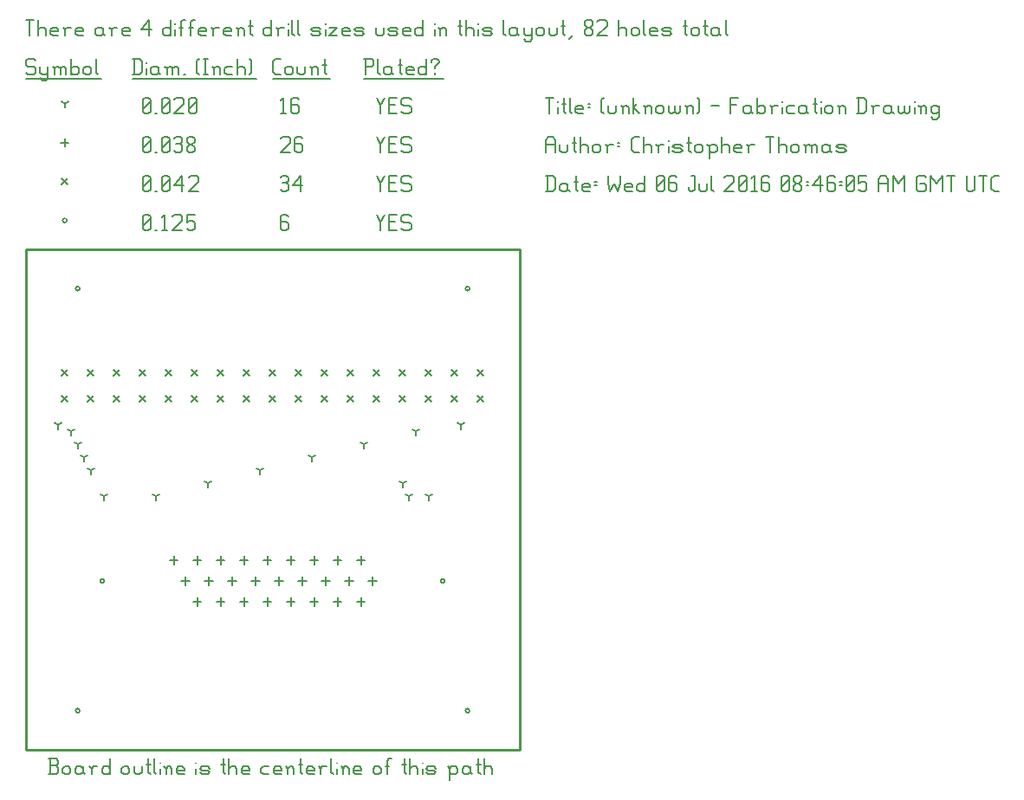
<source format=gbr>
G04 start of page 9 for group -3984 idx -3984 *
G04 Title: (unknown), fab *
G04 Creator: pcb 20110918 *
G04 CreationDate: Wed 06 Jul 2016 08:46:05 AM GMT UTC *
G04 For: thomasc *
G04 Format: Gerber/RS-274X *
G04 PCB-Dimensions: 190000 192500 *
G04 PCB-Coordinate-Origin: lower left *
%MOIN*%
%FSLAX25Y25*%
%LNFAB*%
%ADD51C,0.0100*%
%ADD50C,0.0075*%
%ADD49C,0.0060*%
%ADD48C,0.0080*%
G54D48*X28700Y65000D02*G75*G03X30300Y65000I800J0D01*G01*
G75*G03X28700Y65000I-800J0D01*G01*
X159700D02*G75*G03X161300Y65000I800J0D01*G01*
G75*G03X159700Y65000I-800J0D01*G01*
X19200Y177500D02*G75*G03X20800Y177500I800J0D01*G01*
G75*G03X19200Y177500I-800J0D01*G01*
X169200D02*G75*G03X170800Y177500I800J0D01*G01*
G75*G03X169200Y177500I-800J0D01*G01*
Y15000D02*G75*G03X170800Y15000I800J0D01*G01*
G75*G03X169200Y15000I-800J0D01*G01*
X19200D02*G75*G03X20800Y15000I800J0D01*G01*
G75*G03X19200Y15000I-800J0D01*G01*
X14200Y203750D02*G75*G03X15800Y203750I800J0D01*G01*
G75*G03X14200Y203750I-800J0D01*G01*
G54D49*X135000Y206000D02*X136500Y203000D01*
X138000Y206000D01*
X136500Y203000D02*Y200000D01*
X139800Y203300D02*X142050D01*
X139800Y200000D02*X142800D01*
X139800Y206000D02*Y200000D01*
Y206000D02*X142800D01*
X147600D02*X148350Y205250D01*
X145350Y206000D02*X147600D01*
X144600Y205250D02*X145350Y206000D01*
X144600Y205250D02*Y203750D01*
X145350Y203000D01*
X147600D01*
X148350Y202250D01*
Y200750D01*
X147600Y200000D02*X148350Y200750D01*
X145350Y200000D02*X147600D01*
X144600Y200750D02*X145350Y200000D01*
X100250Y206000D02*X101000Y205250D01*
X98750Y206000D02*X100250D01*
X98000Y205250D02*X98750Y206000D01*
X98000Y205250D02*Y200750D01*
X98750Y200000D01*
X100250Y203300D02*X101000Y202550D01*
X98000Y203300D02*X100250D01*
X98750Y200000D02*X100250D01*
X101000Y200750D01*
Y202550D02*Y200750D01*
X45000D02*X45750Y200000D01*
X45000Y205250D02*Y200750D01*
Y205250D02*X45750Y206000D01*
X47250D01*
X48000Y205250D01*
Y200750D01*
X47250Y200000D02*X48000Y200750D01*
X45750Y200000D02*X47250D01*
X45000Y201500D02*X48000Y204500D01*
X49800Y200000D02*X50550D01*
X52350Y204800D02*X53550Y206000D01*
Y200000D01*
X52350D02*X54600D01*
X56400Y205250D02*X57150Y206000D01*
X59400D01*
X60150Y205250D01*
Y203750D01*
X56400Y200000D02*X60150Y203750D01*
X56400Y200000D02*X60150D01*
X61950Y206000D02*X64950D01*
X61950D02*Y203000D01*
X62700Y203750D01*
X64200D01*
X64950Y203000D01*
Y200750D01*
X64200Y200000D02*X64950Y200750D01*
X62700Y200000D02*X64200D01*
X61950Y200750D02*X62700Y200000D01*
X173800Y136200D02*X176200Y133800D01*
X173800D02*X176200Y136200D01*
X173800Y146200D02*X176200Y143800D01*
X173800D02*X176200Y146200D01*
X163800Y136200D02*X166200Y133800D01*
X163800D02*X166200Y136200D01*
X163800Y146200D02*X166200Y143800D01*
X163800D02*X166200Y146200D01*
X153800Y136200D02*X156200Y133800D01*
X153800D02*X156200Y136200D01*
X153800Y146200D02*X156200Y143800D01*
X153800D02*X156200Y146200D01*
X143800Y136200D02*X146200Y133800D01*
X143800D02*X146200Y136200D01*
X143800Y146200D02*X146200Y143800D01*
X143800D02*X146200Y146200D01*
X133800Y136200D02*X136200Y133800D01*
X133800D02*X136200Y136200D01*
X133800Y146200D02*X136200Y143800D01*
X133800D02*X136200Y146200D01*
X123800Y136200D02*X126200Y133800D01*
X123800D02*X126200Y136200D01*
X123800Y146200D02*X126200Y143800D01*
X123800D02*X126200Y146200D01*
X113800Y136200D02*X116200Y133800D01*
X113800D02*X116200Y136200D01*
X113800Y146200D02*X116200Y143800D01*
X113800D02*X116200Y146200D01*
X103800Y136200D02*X106200Y133800D01*
X103800D02*X106200Y136200D01*
X103800Y146200D02*X106200Y143800D01*
X103800D02*X106200Y146200D01*
X93800Y136200D02*X96200Y133800D01*
X93800D02*X96200Y136200D01*
X93800Y146200D02*X96200Y143800D01*
X93800D02*X96200Y146200D01*
X83800Y136200D02*X86200Y133800D01*
X83800D02*X86200Y136200D01*
X83800Y146200D02*X86200Y143800D01*
X83800D02*X86200Y146200D01*
X73800Y136200D02*X76200Y133800D01*
X73800D02*X76200Y136200D01*
X73800Y146200D02*X76200Y143800D01*
X73800D02*X76200Y146200D01*
X63800Y136200D02*X66200Y133800D01*
X63800D02*X66200Y136200D01*
X63800Y146200D02*X66200Y143800D01*
X63800D02*X66200Y146200D01*
X53800Y136200D02*X56200Y133800D01*
X53800D02*X56200Y136200D01*
X53800Y146200D02*X56200Y143800D01*
X53800D02*X56200Y146200D01*
X43800Y136200D02*X46200Y133800D01*
X43800D02*X46200Y136200D01*
X43800Y146200D02*X46200Y143800D01*
X43800D02*X46200Y146200D01*
X33800Y136200D02*X36200Y133800D01*
X33800D02*X36200Y136200D01*
X33800Y146200D02*X36200Y143800D01*
X33800D02*X36200Y146200D01*
X23800Y136200D02*X26200Y133800D01*
X23800D02*X26200Y136200D01*
X23800Y146200D02*X26200Y143800D01*
X23800D02*X26200Y146200D01*
X13800Y136200D02*X16200Y133800D01*
X13800D02*X16200Y136200D01*
X13800Y146200D02*X16200Y143800D01*
X13800D02*X16200Y146200D01*
X13800Y219950D02*X16200Y217550D01*
X13800D02*X16200Y219950D01*
X135000Y221000D02*X136500Y218000D01*
X138000Y221000D01*
X136500Y218000D02*Y215000D01*
X139800Y218300D02*X142050D01*
X139800Y215000D02*X142800D01*
X139800Y221000D02*Y215000D01*
Y221000D02*X142800D01*
X147600D02*X148350Y220250D01*
X145350Y221000D02*X147600D01*
X144600Y220250D02*X145350Y221000D01*
X144600Y220250D02*Y218750D01*
X145350Y218000D01*
X147600D01*
X148350Y217250D01*
Y215750D01*
X147600Y215000D02*X148350Y215750D01*
X145350Y215000D02*X147600D01*
X144600Y215750D02*X145350Y215000D01*
X98000Y220250D02*X98750Y221000D01*
X100250D01*
X101000Y220250D01*
X100250Y215000D02*X101000Y215750D01*
X98750Y215000D02*X100250D01*
X98000Y215750D02*X98750Y215000D01*
Y218300D02*X100250D01*
X101000Y220250D02*Y219050D01*
Y217550D02*Y215750D01*
Y217550D02*X100250Y218300D01*
X101000Y219050D02*X100250Y218300D01*
X102800Y217250D02*X105800Y221000D01*
X102800Y217250D02*X106550D01*
X105800Y221000D02*Y215000D01*
X45000Y215750D02*X45750Y215000D01*
X45000Y220250D02*Y215750D01*
Y220250D02*X45750Y221000D01*
X47250D01*
X48000Y220250D01*
Y215750D01*
X47250Y215000D02*X48000Y215750D01*
X45750Y215000D02*X47250D01*
X45000Y216500D02*X48000Y219500D01*
X49800Y215000D02*X50550D01*
X52350Y215750D02*X53100Y215000D01*
X52350Y220250D02*Y215750D01*
Y220250D02*X53100Y221000D01*
X54600D01*
X55350Y220250D01*
Y215750D01*
X54600Y215000D02*X55350Y215750D01*
X53100Y215000D02*X54600D01*
X52350Y216500D02*X55350Y219500D01*
X57150Y217250D02*X60150Y221000D01*
X57150Y217250D02*X60900D01*
X60150Y221000D02*Y215000D01*
X62700Y220250D02*X63450Y221000D01*
X65700D01*
X66450Y220250D01*
Y218750D01*
X62700Y215000D02*X66450Y218750D01*
X62700Y215000D02*X66450D01*
X97500Y66600D02*Y63400D01*
X95900Y65000D02*X99100D01*
X93000Y58600D02*Y55400D01*
X91400Y57000D02*X94600D01*
X93000Y74600D02*Y71400D01*
X91400Y73000D02*X94600D01*
X106500Y66600D02*Y63400D01*
X104900Y65000D02*X108100D01*
X102000Y58600D02*Y55400D01*
X100400Y57000D02*X103600D01*
X102000Y74600D02*Y71400D01*
X100400Y73000D02*X103600D01*
X115500Y66600D02*Y63400D01*
X113900Y65000D02*X117100D01*
X111000Y58600D02*Y55400D01*
X109400Y57000D02*X112600D01*
X111000Y74600D02*Y71400D01*
X109400Y73000D02*X112600D01*
X124500Y66600D02*Y63400D01*
X122900Y65000D02*X126100D01*
X120000Y58600D02*Y55400D01*
X118400Y57000D02*X121600D01*
X120000Y74600D02*Y71400D01*
X118400Y73000D02*X121600D01*
X133500Y66600D02*Y63400D01*
X131900Y65000D02*X135100D01*
X129000Y58600D02*Y55400D01*
X127400Y57000D02*X130600D01*
X129000Y74600D02*Y71400D01*
X127400Y73000D02*X130600D01*
X88500Y66600D02*Y63400D01*
X86900Y65000D02*X90100D01*
X84000Y58600D02*Y55400D01*
X82400Y57000D02*X85600D01*
X84000Y74600D02*Y71400D01*
X82400Y73000D02*X85600D01*
X79500Y66600D02*Y63400D01*
X77900Y65000D02*X81100D01*
X75000Y58600D02*Y55400D01*
X73400Y57000D02*X76600D01*
X75000Y74600D02*Y71400D01*
X73400Y73000D02*X76600D01*
X70500Y66600D02*Y63400D01*
X68900Y65000D02*X72100D01*
X66000Y58600D02*Y55400D01*
X64400Y57000D02*X67600D01*
X66000Y74600D02*Y71400D01*
X64400Y73000D02*X67600D01*
X61500Y66600D02*Y63400D01*
X59900Y65000D02*X63100D01*
X57000Y74600D02*Y71400D01*
X55400Y73000D02*X58600D01*
X15000Y235350D02*Y232150D01*
X13400Y233750D02*X16600D01*
X135000Y236000D02*X136500Y233000D01*
X138000Y236000D01*
X136500Y233000D02*Y230000D01*
X139800Y233300D02*X142050D01*
X139800Y230000D02*X142800D01*
X139800Y236000D02*Y230000D01*
Y236000D02*X142800D01*
X147600D02*X148350Y235250D01*
X145350Y236000D02*X147600D01*
X144600Y235250D02*X145350Y236000D01*
X144600Y235250D02*Y233750D01*
X145350Y233000D01*
X147600D01*
X148350Y232250D01*
Y230750D01*
X147600Y230000D02*X148350Y230750D01*
X145350Y230000D02*X147600D01*
X144600Y230750D02*X145350Y230000D01*
X98000Y235250D02*X98750Y236000D01*
X101000D01*
X101750Y235250D01*
Y233750D01*
X98000Y230000D02*X101750Y233750D01*
X98000Y230000D02*X101750D01*
X105800Y236000D02*X106550Y235250D01*
X104300Y236000D02*X105800D01*
X103550Y235250D02*X104300Y236000D01*
X103550Y235250D02*Y230750D01*
X104300Y230000D01*
X105800Y233300D02*X106550Y232550D01*
X103550Y233300D02*X105800D01*
X104300Y230000D02*X105800D01*
X106550Y230750D01*
Y232550D02*Y230750D01*
X45000D02*X45750Y230000D01*
X45000Y235250D02*Y230750D01*
Y235250D02*X45750Y236000D01*
X47250D01*
X48000Y235250D01*
Y230750D01*
X47250Y230000D02*X48000Y230750D01*
X45750Y230000D02*X47250D01*
X45000Y231500D02*X48000Y234500D01*
X49800Y230000D02*X50550D01*
X52350Y230750D02*X53100Y230000D01*
X52350Y235250D02*Y230750D01*
Y235250D02*X53100Y236000D01*
X54600D01*
X55350Y235250D01*
Y230750D01*
X54600Y230000D02*X55350Y230750D01*
X53100Y230000D02*X54600D01*
X52350Y231500D02*X55350Y234500D01*
X57150Y235250D02*X57900Y236000D01*
X59400D01*
X60150Y235250D01*
X59400Y230000D02*X60150Y230750D01*
X57900Y230000D02*X59400D01*
X57150Y230750D02*X57900Y230000D01*
Y233300D02*X59400D01*
X60150Y235250D02*Y234050D01*
Y232550D02*Y230750D01*
Y232550D02*X59400Y233300D01*
X60150Y234050D02*X59400Y233300D01*
X61950Y230750D02*X62700Y230000D01*
X61950Y231950D02*Y230750D01*
Y231950D02*X63000Y233000D01*
X63900D01*
X64950Y231950D01*
Y230750D01*
X64200Y230000D02*X64950Y230750D01*
X62700Y230000D02*X64200D01*
X61950Y234050D02*X63000Y233000D01*
X61950Y235250D02*Y234050D01*
Y235250D02*X62700Y236000D01*
X64200D01*
X64950Y235250D01*
Y234050D01*
X63900Y233000D02*X64950Y234050D01*
X12500Y125000D02*Y123400D01*
Y125000D02*X13887Y125800D01*
X12500Y125000D02*X11113Y125800D01*
X17500Y122500D02*Y120900D01*
Y122500D02*X18887Y123300D01*
X17500Y122500D02*X16113Y123300D01*
X20000Y117500D02*Y115900D01*
Y117500D02*X21387Y118300D01*
X20000Y117500D02*X18613Y118300D01*
X22500Y112500D02*Y110900D01*
Y112500D02*X23887Y113300D01*
X22500Y112500D02*X21113Y113300D01*
X25000Y107500D02*Y105900D01*
Y107500D02*X26387Y108300D01*
X25000Y107500D02*X23613Y108300D01*
X30000Y97500D02*Y95900D01*
Y97500D02*X31387Y98300D01*
X30000Y97500D02*X28613Y98300D01*
X90000Y107500D02*Y105900D01*
Y107500D02*X91387Y108300D01*
X90000Y107500D02*X88613Y108300D01*
X110000Y112500D02*Y110900D01*
Y112500D02*X111387Y113300D01*
X110000Y112500D02*X108613Y113300D01*
X130000Y117500D02*Y115900D01*
Y117500D02*X131387Y118300D01*
X130000Y117500D02*X128613Y118300D01*
X150000Y122500D02*Y120900D01*
Y122500D02*X151387Y123300D01*
X150000Y122500D02*X148613Y123300D01*
X167500Y125000D02*Y123400D01*
Y125000D02*X168887Y125800D01*
X167500Y125000D02*X166113Y125800D01*
X155000Y97500D02*Y95900D01*
Y97500D02*X156387Y98300D01*
X155000Y97500D02*X153613Y98300D01*
X147500Y97500D02*Y95900D01*
Y97500D02*X148887Y98300D01*
X147500Y97500D02*X146113Y98300D01*
X145000Y102500D02*Y100900D01*
Y102500D02*X146387Y103300D01*
X145000Y102500D02*X143613Y103300D01*
X50000Y97500D02*Y95900D01*
Y97500D02*X51387Y98300D01*
X50000Y97500D02*X48613Y98300D01*
X70000Y102500D02*Y100900D01*
Y102500D02*X71387Y103300D01*
X70000Y102500D02*X68613Y103300D01*
X15000Y248750D02*Y247150D01*
Y248750D02*X16387Y249550D01*
X15000Y248750D02*X13613Y249550D01*
X135000Y251000D02*X136500Y248000D01*
X138000Y251000D01*
X136500Y248000D02*Y245000D01*
X139800Y248300D02*X142050D01*
X139800Y245000D02*X142800D01*
X139800Y251000D02*Y245000D01*
Y251000D02*X142800D01*
X147600D02*X148350Y250250D01*
X145350Y251000D02*X147600D01*
X144600Y250250D02*X145350Y251000D01*
X144600Y250250D02*Y248750D01*
X145350Y248000D01*
X147600D01*
X148350Y247250D01*
Y245750D01*
X147600Y245000D02*X148350Y245750D01*
X145350Y245000D02*X147600D01*
X144600Y245750D02*X145350Y245000D01*
X98000Y249800D02*X99200Y251000D01*
Y245000D01*
X98000D02*X100250D01*
X104300Y251000D02*X105050Y250250D01*
X102800Y251000D02*X104300D01*
X102050Y250250D02*X102800Y251000D01*
X102050Y250250D02*Y245750D01*
X102800Y245000D01*
X104300Y248300D02*X105050Y247550D01*
X102050Y248300D02*X104300D01*
X102800Y245000D02*X104300D01*
X105050Y245750D01*
Y247550D02*Y245750D01*
X45000D02*X45750Y245000D01*
X45000Y250250D02*Y245750D01*
Y250250D02*X45750Y251000D01*
X47250D01*
X48000Y250250D01*
Y245750D01*
X47250Y245000D02*X48000Y245750D01*
X45750Y245000D02*X47250D01*
X45000Y246500D02*X48000Y249500D01*
X49800Y245000D02*X50550D01*
X52350Y245750D02*X53100Y245000D01*
X52350Y250250D02*Y245750D01*
Y250250D02*X53100Y251000D01*
X54600D01*
X55350Y250250D01*
Y245750D01*
X54600Y245000D02*X55350Y245750D01*
X53100Y245000D02*X54600D01*
X52350Y246500D02*X55350Y249500D01*
X57150Y250250D02*X57900Y251000D01*
X60150D01*
X60900Y250250D01*
Y248750D01*
X57150Y245000D02*X60900Y248750D01*
X57150Y245000D02*X60900D01*
X62700Y245750D02*X63450Y245000D01*
X62700Y250250D02*Y245750D01*
Y250250D02*X63450Y251000D01*
X64950D01*
X65700Y250250D01*
Y245750D01*
X64950Y245000D02*X65700Y245750D01*
X63450Y245000D02*X64950D01*
X62700Y246500D02*X65700Y249500D01*
X3000Y266000D02*X3750Y265250D01*
X750Y266000D02*X3000D01*
X0Y265250D02*X750Y266000D01*
X0Y265250D02*Y263750D01*
X750Y263000D01*
X3000D01*
X3750Y262250D01*
Y260750D01*
X3000Y260000D02*X3750Y260750D01*
X750Y260000D02*X3000D01*
X0Y260750D02*X750Y260000D01*
X5550Y263000D02*Y260750D01*
X6300Y260000D01*
X8550Y263000D02*Y258500D01*
X7800Y257750D02*X8550Y258500D01*
X6300Y257750D02*X7800D01*
X5550Y258500D02*X6300Y257750D01*
Y260000D02*X7800D01*
X8550Y260750D01*
X11100Y262250D02*Y260000D01*
Y262250D02*X11850Y263000D01*
X12600D01*
X13350Y262250D01*
Y260000D01*
Y262250D02*X14100Y263000D01*
X14850D01*
X15600Y262250D01*
Y260000D01*
X10350Y263000D02*X11100Y262250D01*
X17400Y266000D02*Y260000D01*
Y260750D02*X18150Y260000D01*
X19650D01*
X20400Y260750D01*
Y262250D02*Y260750D01*
X19650Y263000D02*X20400Y262250D01*
X18150Y263000D02*X19650D01*
X17400Y262250D02*X18150Y263000D01*
X22200Y262250D02*Y260750D01*
Y262250D02*X22950Y263000D01*
X24450D01*
X25200Y262250D01*
Y260750D01*
X24450Y260000D02*X25200Y260750D01*
X22950Y260000D02*X24450D01*
X22200Y260750D02*X22950Y260000D01*
X27000Y266000D02*Y260750D01*
X27750Y260000D01*
X0Y258250D02*X29250D01*
X41750Y266000D02*Y260000D01*
X43700Y266000D02*X44750Y264950D01*
Y261050D01*
X43700Y260000D02*X44750Y261050D01*
X41000Y260000D02*X43700D01*
X41000Y266000D02*X43700D01*
G54D50*X46550Y264500D02*Y264350D01*
G54D49*Y262250D02*Y260000D01*
X50300Y263000D02*X51050Y262250D01*
X48800Y263000D02*X50300D01*
X48050Y262250D02*X48800Y263000D01*
X48050Y262250D02*Y260750D01*
X48800Y260000D01*
X51050Y263000D02*Y260750D01*
X51800Y260000D01*
X48800D02*X50300D01*
X51050Y260750D01*
X54350Y262250D02*Y260000D01*
Y262250D02*X55100Y263000D01*
X55850D01*
X56600Y262250D01*
Y260000D01*
Y262250D02*X57350Y263000D01*
X58100D01*
X58850Y262250D01*
Y260000D01*
X53600Y263000D02*X54350Y262250D01*
X60650Y260000D02*X61400D01*
X65900Y260750D02*X66650Y260000D01*
X65900Y265250D02*X66650Y266000D01*
X65900Y265250D02*Y260750D01*
X68450Y266000D02*X69950D01*
X69200D02*Y260000D01*
X68450D02*X69950D01*
X72500Y262250D02*Y260000D01*
Y262250D02*X73250Y263000D01*
X74000D01*
X74750Y262250D01*
Y260000D01*
X71750Y263000D02*X72500Y262250D01*
X77300Y263000D02*X79550D01*
X76550Y262250D02*X77300Y263000D01*
X76550Y262250D02*Y260750D01*
X77300Y260000D01*
X79550D01*
X81350Y266000D02*Y260000D01*
Y262250D02*X82100Y263000D01*
X83600D01*
X84350Y262250D01*
Y260000D01*
X86150Y266000D02*X86900Y265250D01*
Y260750D01*
X86150Y260000D02*X86900Y260750D01*
X41000Y258250D02*X88700D01*
X96050Y260000D02*X98000D01*
X95000Y261050D02*X96050Y260000D01*
X95000Y264950D02*Y261050D01*
Y264950D02*X96050Y266000D01*
X98000D01*
X99800Y262250D02*Y260750D01*
Y262250D02*X100550Y263000D01*
X102050D01*
X102800Y262250D01*
Y260750D01*
X102050Y260000D02*X102800Y260750D01*
X100550Y260000D02*X102050D01*
X99800Y260750D02*X100550Y260000D01*
X104600Y263000D02*Y260750D01*
X105350Y260000D01*
X106850D01*
X107600Y260750D01*
Y263000D02*Y260750D01*
X110150Y262250D02*Y260000D01*
Y262250D02*X110900Y263000D01*
X111650D01*
X112400Y262250D01*
Y260000D01*
X109400Y263000D02*X110150Y262250D01*
X114950Y266000D02*Y260750D01*
X115700Y260000D01*
X114200Y263750D02*X115700D01*
X95000Y258250D02*X117200D01*
X130750Y266000D02*Y260000D01*
X130000Y266000D02*X133000D01*
X133750Y265250D01*
Y263750D01*
X133000Y263000D02*X133750Y263750D01*
X130750Y263000D02*X133000D01*
X135550Y266000D02*Y260750D01*
X136300Y260000D01*
X140050Y263000D02*X140800Y262250D01*
X138550Y263000D02*X140050D01*
X137800Y262250D02*X138550Y263000D01*
X137800Y262250D02*Y260750D01*
X138550Y260000D01*
X140800Y263000D02*Y260750D01*
X141550Y260000D01*
X138550D02*X140050D01*
X140800Y260750D01*
X144100Y266000D02*Y260750D01*
X144850Y260000D01*
X143350Y263750D02*X144850D01*
X147100Y260000D02*X149350D01*
X146350Y260750D02*X147100Y260000D01*
X146350Y262250D02*Y260750D01*
Y262250D02*X147100Y263000D01*
X148600D01*
X149350Y262250D01*
X146350Y261500D02*X149350D01*
Y262250D02*Y261500D01*
X154150Y266000D02*Y260000D01*
X153400D02*X154150Y260750D01*
X151900Y260000D02*X153400D01*
X151150Y260750D02*X151900Y260000D01*
X151150Y262250D02*Y260750D01*
Y262250D02*X151900Y263000D01*
X153400D01*
X154150Y262250D01*
X157450Y263000D02*Y262250D01*
Y260750D02*Y260000D01*
X155950Y265250D02*Y264500D01*
Y265250D02*X156700Y266000D01*
X158200D01*
X158950Y265250D01*
Y264500D01*
X157450Y263000D02*X158950Y264500D01*
X130000Y258250D02*X160750D01*
X0Y281000D02*X3000D01*
X1500D02*Y275000D01*
X4800Y281000D02*Y275000D01*
Y277250D02*X5550Y278000D01*
X7050D01*
X7800Y277250D01*
Y275000D01*
X10350D02*X12600D01*
X9600Y275750D02*X10350Y275000D01*
X9600Y277250D02*Y275750D01*
Y277250D02*X10350Y278000D01*
X11850D01*
X12600Y277250D01*
X9600Y276500D02*X12600D01*
Y277250D02*Y276500D01*
X15150Y277250D02*Y275000D01*
Y277250D02*X15900Y278000D01*
X17400D01*
X14400D02*X15150Y277250D01*
X19950Y275000D02*X22200D01*
X19200Y275750D02*X19950Y275000D01*
X19200Y277250D02*Y275750D01*
Y277250D02*X19950Y278000D01*
X21450D01*
X22200Y277250D01*
X19200Y276500D02*X22200D01*
Y277250D02*Y276500D01*
X28950Y278000D02*X29700Y277250D01*
X27450Y278000D02*X28950D01*
X26700Y277250D02*X27450Y278000D01*
X26700Y277250D02*Y275750D01*
X27450Y275000D01*
X29700Y278000D02*Y275750D01*
X30450Y275000D01*
X27450D02*X28950D01*
X29700Y275750D01*
X33000Y277250D02*Y275000D01*
Y277250D02*X33750Y278000D01*
X35250D01*
X32250D02*X33000Y277250D01*
X37800Y275000D02*X40050D01*
X37050Y275750D02*X37800Y275000D01*
X37050Y277250D02*Y275750D01*
Y277250D02*X37800Y278000D01*
X39300D01*
X40050Y277250D01*
X37050Y276500D02*X40050D01*
Y277250D02*Y276500D01*
X44550Y277250D02*X47550Y281000D01*
X44550Y277250D02*X48300D01*
X47550Y281000D02*Y275000D01*
X55800Y281000D02*Y275000D01*
X55050D02*X55800Y275750D01*
X53550Y275000D02*X55050D01*
X52800Y275750D02*X53550Y275000D01*
X52800Y277250D02*Y275750D01*
Y277250D02*X53550Y278000D01*
X55050D01*
X55800Y277250D01*
G54D50*X57600Y279500D02*Y279350D01*
G54D49*Y277250D02*Y275000D01*
X59850Y280250D02*Y275000D01*
Y280250D02*X60600Y281000D01*
X61350D01*
X59100Y278000D02*X60600D01*
X63600Y280250D02*Y275000D01*
Y280250D02*X64350Y281000D01*
X65100D01*
X62850Y278000D02*X64350D01*
X67350Y275000D02*X69600D01*
X66600Y275750D02*X67350Y275000D01*
X66600Y277250D02*Y275750D01*
Y277250D02*X67350Y278000D01*
X68850D01*
X69600Y277250D01*
X66600Y276500D02*X69600D01*
Y277250D02*Y276500D01*
X72150Y277250D02*Y275000D01*
Y277250D02*X72900Y278000D01*
X74400D01*
X71400D02*X72150Y277250D01*
X76950Y275000D02*X79200D01*
X76200Y275750D02*X76950Y275000D01*
X76200Y277250D02*Y275750D01*
Y277250D02*X76950Y278000D01*
X78450D01*
X79200Y277250D01*
X76200Y276500D02*X79200D01*
Y277250D02*Y276500D01*
X81750Y277250D02*Y275000D01*
Y277250D02*X82500Y278000D01*
X83250D01*
X84000Y277250D01*
Y275000D01*
X81000Y278000D02*X81750Y277250D01*
X86550Y281000D02*Y275750D01*
X87300Y275000D01*
X85800Y278750D02*X87300D01*
X94500Y281000D02*Y275000D01*
X93750D02*X94500Y275750D01*
X92250Y275000D02*X93750D01*
X91500Y275750D02*X92250Y275000D01*
X91500Y277250D02*Y275750D01*
Y277250D02*X92250Y278000D01*
X93750D01*
X94500Y277250D01*
X97050D02*Y275000D01*
Y277250D02*X97800Y278000D01*
X99300D01*
X96300D02*X97050Y277250D01*
G54D50*X101100Y279500D02*Y279350D01*
G54D49*Y277250D02*Y275000D01*
X102600Y281000D02*Y275750D01*
X103350Y275000D01*
X104850Y281000D02*Y275750D01*
X105600Y275000D01*
X110550D02*X112800D01*
X113550Y275750D01*
X112800Y276500D02*X113550Y275750D01*
X110550Y276500D02*X112800D01*
X109800Y277250D02*X110550Y276500D01*
X109800Y277250D02*X110550Y278000D01*
X112800D01*
X113550Y277250D01*
X109800Y275750D02*X110550Y275000D01*
G54D50*X115350Y279500D02*Y279350D01*
G54D49*Y277250D02*Y275000D01*
X116850Y278000D02*X119850D01*
X116850Y275000D02*X119850Y278000D01*
X116850Y275000D02*X119850D01*
X122400D02*X124650D01*
X121650Y275750D02*X122400Y275000D01*
X121650Y277250D02*Y275750D01*
Y277250D02*X122400Y278000D01*
X123900D01*
X124650Y277250D01*
X121650Y276500D02*X124650D01*
Y277250D02*Y276500D01*
X127200Y275000D02*X129450D01*
X130200Y275750D01*
X129450Y276500D02*X130200Y275750D01*
X127200Y276500D02*X129450D01*
X126450Y277250D02*X127200Y276500D01*
X126450Y277250D02*X127200Y278000D01*
X129450D01*
X130200Y277250D01*
X126450Y275750D02*X127200Y275000D01*
X134700Y278000D02*Y275750D01*
X135450Y275000D01*
X136950D01*
X137700Y275750D01*
Y278000D02*Y275750D01*
X140250Y275000D02*X142500D01*
X143250Y275750D01*
X142500Y276500D02*X143250Y275750D01*
X140250Y276500D02*X142500D01*
X139500Y277250D02*X140250Y276500D01*
X139500Y277250D02*X140250Y278000D01*
X142500D01*
X143250Y277250D01*
X139500Y275750D02*X140250Y275000D01*
X145800D02*X148050D01*
X145050Y275750D02*X145800Y275000D01*
X145050Y277250D02*Y275750D01*
Y277250D02*X145800Y278000D01*
X147300D01*
X148050Y277250D01*
X145050Y276500D02*X148050D01*
Y277250D02*Y276500D01*
X152850Y281000D02*Y275000D01*
X152100D02*X152850Y275750D01*
X150600Y275000D02*X152100D01*
X149850Y275750D02*X150600Y275000D01*
X149850Y277250D02*Y275750D01*
Y277250D02*X150600Y278000D01*
X152100D01*
X152850Y277250D01*
G54D50*X157350Y279500D02*Y279350D01*
G54D49*Y277250D02*Y275000D01*
X159600Y277250D02*Y275000D01*
Y277250D02*X160350Y278000D01*
X161100D01*
X161850Y277250D01*
Y275000D01*
X158850Y278000D02*X159600Y277250D01*
X167100Y281000D02*Y275750D01*
X167850Y275000D01*
X166350Y278750D02*X167850D01*
X169350Y281000D02*Y275000D01*
Y277250D02*X170100Y278000D01*
X171600D01*
X172350Y277250D01*
Y275000D01*
G54D50*X174150Y279500D02*Y279350D01*
G54D49*Y277250D02*Y275000D01*
X176400D02*X178650D01*
X179400Y275750D01*
X178650Y276500D02*X179400Y275750D01*
X176400Y276500D02*X178650D01*
X175650Y277250D02*X176400Y276500D01*
X175650Y277250D02*X176400Y278000D01*
X178650D01*
X179400Y277250D01*
X175650Y275750D02*X176400Y275000D01*
X183900Y281000D02*Y275750D01*
X184650Y275000D01*
X188400Y278000D02*X189150Y277250D01*
X186900Y278000D02*X188400D01*
X186150Y277250D02*X186900Y278000D01*
X186150Y277250D02*Y275750D01*
X186900Y275000D01*
X189150Y278000D02*Y275750D01*
X189900Y275000D01*
X186900D02*X188400D01*
X189150Y275750D01*
X191700Y278000D02*Y275750D01*
X192450Y275000D01*
X194700Y278000D02*Y273500D01*
X193950Y272750D02*X194700Y273500D01*
X192450Y272750D02*X193950D01*
X191700Y273500D02*X192450Y272750D01*
Y275000D02*X193950D01*
X194700Y275750D01*
X196500Y277250D02*Y275750D01*
Y277250D02*X197250Y278000D01*
X198750D01*
X199500Y277250D01*
Y275750D01*
X198750Y275000D02*X199500Y275750D01*
X197250Y275000D02*X198750D01*
X196500Y275750D02*X197250Y275000D01*
X201300Y278000D02*Y275750D01*
X202050Y275000D01*
X203550D01*
X204300Y275750D01*
Y278000D02*Y275750D01*
X206850Y281000D02*Y275750D01*
X207600Y275000D01*
X206100Y278750D02*X207600D01*
X209100Y273500D02*X210600Y275000D01*
X215100Y275750D02*X215850Y275000D01*
X215100Y276950D02*Y275750D01*
Y276950D02*X216150Y278000D01*
X217050D01*
X218100Y276950D01*
Y275750D01*
X217350Y275000D02*X218100Y275750D01*
X215850Y275000D02*X217350D01*
X215100Y279050D02*X216150Y278000D01*
X215100Y280250D02*Y279050D01*
Y280250D02*X215850Y281000D01*
X217350D01*
X218100Y280250D01*
Y279050D01*
X217050Y278000D02*X218100Y279050D01*
X219900Y280250D02*X220650Y281000D01*
X222900D01*
X223650Y280250D01*
Y278750D01*
X219900Y275000D02*X223650Y278750D01*
X219900Y275000D02*X223650D01*
X228150Y281000D02*Y275000D01*
Y277250D02*X228900Y278000D01*
X230400D01*
X231150Y277250D01*
Y275000D01*
X232950Y277250D02*Y275750D01*
Y277250D02*X233700Y278000D01*
X235200D01*
X235950Y277250D01*
Y275750D01*
X235200Y275000D02*X235950Y275750D01*
X233700Y275000D02*X235200D01*
X232950Y275750D02*X233700Y275000D01*
X237750Y281000D02*Y275750D01*
X238500Y275000D01*
X240750D02*X243000D01*
X240000Y275750D02*X240750Y275000D01*
X240000Y277250D02*Y275750D01*
Y277250D02*X240750Y278000D01*
X242250D01*
X243000Y277250D01*
X240000Y276500D02*X243000D01*
Y277250D02*Y276500D01*
X245550Y275000D02*X247800D01*
X248550Y275750D01*
X247800Y276500D02*X248550Y275750D01*
X245550Y276500D02*X247800D01*
X244800Y277250D02*X245550Y276500D01*
X244800Y277250D02*X245550Y278000D01*
X247800D01*
X248550Y277250D01*
X244800Y275750D02*X245550Y275000D01*
X253800Y281000D02*Y275750D01*
X254550Y275000D01*
X253050Y278750D02*X254550D01*
X256050Y277250D02*Y275750D01*
Y277250D02*X256800Y278000D01*
X258300D01*
X259050Y277250D01*
Y275750D01*
X258300Y275000D02*X259050Y275750D01*
X256800Y275000D02*X258300D01*
X256050Y275750D02*X256800Y275000D01*
X261600Y281000D02*Y275750D01*
X262350Y275000D01*
X260850Y278750D02*X262350D01*
X266100Y278000D02*X266850Y277250D01*
X264600Y278000D02*X266100D01*
X263850Y277250D02*X264600Y278000D01*
X263850Y277250D02*Y275750D01*
X264600Y275000D01*
X266850Y278000D02*Y275750D01*
X267600Y275000D01*
X264600D02*X266100D01*
X266850Y275750D01*
X269400Y281000D02*Y275750D01*
X270150Y275000D01*
G54D51*X0Y192500D02*Y0D01*
X190000D01*
Y192500D01*
X0D01*
G54D49*X8675Y-9500D02*X11675D01*
X12425Y-8750D01*
Y-6950D02*Y-8750D01*
X11675Y-6200D02*X12425Y-6950D01*
X9425Y-6200D02*X11675D01*
X9425Y-3500D02*Y-9500D01*
X8675Y-3500D02*X11675D01*
X12425Y-4250D01*
Y-5450D01*
X11675Y-6200D02*X12425Y-5450D01*
X14225Y-7250D02*Y-8750D01*
Y-7250D02*X14975Y-6500D01*
X16475D01*
X17225Y-7250D01*
Y-8750D01*
X16475Y-9500D02*X17225Y-8750D01*
X14975Y-9500D02*X16475D01*
X14225Y-8750D02*X14975Y-9500D01*
X21275Y-6500D02*X22025Y-7250D01*
X19775Y-6500D02*X21275D01*
X19025Y-7250D02*X19775Y-6500D01*
X19025Y-7250D02*Y-8750D01*
X19775Y-9500D01*
X22025Y-6500D02*Y-8750D01*
X22775Y-9500D01*
X19775D02*X21275D01*
X22025Y-8750D01*
X25325Y-7250D02*Y-9500D01*
Y-7250D02*X26075Y-6500D01*
X27575D01*
X24575D02*X25325Y-7250D01*
X32375Y-3500D02*Y-9500D01*
X31625D02*X32375Y-8750D01*
X30125Y-9500D02*X31625D01*
X29375Y-8750D02*X30125Y-9500D01*
X29375Y-7250D02*Y-8750D01*
Y-7250D02*X30125Y-6500D01*
X31625D01*
X32375Y-7250D01*
X36875D02*Y-8750D01*
Y-7250D02*X37625Y-6500D01*
X39125D01*
X39875Y-7250D01*
Y-8750D01*
X39125Y-9500D02*X39875Y-8750D01*
X37625Y-9500D02*X39125D01*
X36875Y-8750D02*X37625Y-9500D01*
X41675Y-6500D02*Y-8750D01*
X42425Y-9500D01*
X43925D01*
X44675Y-8750D01*
Y-6500D02*Y-8750D01*
X47225Y-3500D02*Y-8750D01*
X47975Y-9500D01*
X46475Y-5750D02*X47975D01*
X49475Y-3500D02*Y-8750D01*
X50225Y-9500D01*
G54D50*X51725Y-5000D02*Y-5150D01*
G54D49*Y-7250D02*Y-9500D01*
X53975Y-7250D02*Y-9500D01*
Y-7250D02*X54725Y-6500D01*
X55475D01*
X56225Y-7250D01*
Y-9500D01*
X53225Y-6500D02*X53975Y-7250D01*
X58775Y-9500D02*X61025D01*
X58025Y-8750D02*X58775Y-9500D01*
X58025Y-7250D02*Y-8750D01*
Y-7250D02*X58775Y-6500D01*
X60275D01*
X61025Y-7250D01*
X58025Y-8000D02*X61025D01*
Y-7250D02*Y-8000D01*
G54D50*X65525Y-5000D02*Y-5150D01*
G54D49*Y-7250D02*Y-9500D01*
X67775D02*X70025D01*
X70775Y-8750D01*
X70025Y-8000D02*X70775Y-8750D01*
X67775Y-8000D02*X70025D01*
X67025Y-7250D02*X67775Y-8000D01*
X67025Y-7250D02*X67775Y-6500D01*
X70025D01*
X70775Y-7250D01*
X67025Y-8750D02*X67775Y-9500D01*
X76025Y-3500D02*Y-8750D01*
X76775Y-9500D01*
X75275Y-5750D02*X76775D01*
X78275Y-3500D02*Y-9500D01*
Y-7250D02*X79025Y-6500D01*
X80525D01*
X81275Y-7250D01*
Y-9500D01*
X83825D02*X86075D01*
X83075Y-8750D02*X83825Y-9500D01*
X83075Y-7250D02*Y-8750D01*
Y-7250D02*X83825Y-6500D01*
X85325D01*
X86075Y-7250D01*
X83075Y-8000D02*X86075D01*
Y-7250D02*Y-8000D01*
X91325Y-6500D02*X93575D01*
X90575Y-7250D02*X91325Y-6500D01*
X90575Y-7250D02*Y-8750D01*
X91325Y-9500D01*
X93575D01*
X96125D02*X98375D01*
X95375Y-8750D02*X96125Y-9500D01*
X95375Y-7250D02*Y-8750D01*
Y-7250D02*X96125Y-6500D01*
X97625D01*
X98375Y-7250D01*
X95375Y-8000D02*X98375D01*
Y-7250D02*Y-8000D01*
X100925Y-7250D02*Y-9500D01*
Y-7250D02*X101675Y-6500D01*
X102425D01*
X103175Y-7250D01*
Y-9500D01*
X100175Y-6500D02*X100925Y-7250D01*
X105725Y-3500D02*Y-8750D01*
X106475Y-9500D01*
X104975Y-5750D02*X106475D01*
X108725Y-9500D02*X110975D01*
X107975Y-8750D02*X108725Y-9500D01*
X107975Y-7250D02*Y-8750D01*
Y-7250D02*X108725Y-6500D01*
X110225D01*
X110975Y-7250D01*
X107975Y-8000D02*X110975D01*
Y-7250D02*Y-8000D01*
X113525Y-7250D02*Y-9500D01*
Y-7250D02*X114275Y-6500D01*
X115775D01*
X112775D02*X113525Y-7250D01*
X117575Y-3500D02*Y-8750D01*
X118325Y-9500D01*
G54D50*X119825Y-5000D02*Y-5150D01*
G54D49*Y-7250D02*Y-9500D01*
X122075Y-7250D02*Y-9500D01*
Y-7250D02*X122825Y-6500D01*
X123575D01*
X124325Y-7250D01*
Y-9500D01*
X121325Y-6500D02*X122075Y-7250D01*
X126875Y-9500D02*X129125D01*
X126125Y-8750D02*X126875Y-9500D01*
X126125Y-7250D02*Y-8750D01*
Y-7250D02*X126875Y-6500D01*
X128375D01*
X129125Y-7250D01*
X126125Y-8000D02*X129125D01*
Y-7250D02*Y-8000D01*
X133625Y-7250D02*Y-8750D01*
Y-7250D02*X134375Y-6500D01*
X135875D01*
X136625Y-7250D01*
Y-8750D01*
X135875Y-9500D02*X136625Y-8750D01*
X134375Y-9500D02*X135875D01*
X133625Y-8750D02*X134375Y-9500D01*
X139175Y-4250D02*Y-9500D01*
Y-4250D02*X139925Y-3500D01*
X140675D01*
X138425Y-6500D02*X139925D01*
X145625Y-3500D02*Y-8750D01*
X146375Y-9500D01*
X144875Y-5750D02*X146375D01*
X147875Y-3500D02*Y-9500D01*
Y-7250D02*X148625Y-6500D01*
X150125D01*
X150875Y-7250D01*
Y-9500D01*
G54D50*X152675Y-5000D02*Y-5150D01*
G54D49*Y-7250D02*Y-9500D01*
X154925D02*X157175D01*
X157925Y-8750D01*
X157175Y-8000D02*X157925Y-8750D01*
X154925Y-8000D02*X157175D01*
X154175Y-7250D02*X154925Y-8000D01*
X154175Y-7250D02*X154925Y-6500D01*
X157175D01*
X157925Y-7250D01*
X154175Y-8750D02*X154925Y-9500D01*
X163175Y-7250D02*Y-11750D01*
X162425Y-6500D02*X163175Y-7250D01*
X163925Y-6500D01*
X165425D01*
X166175Y-7250D01*
Y-8750D01*
X165425Y-9500D02*X166175Y-8750D01*
X163925Y-9500D02*X165425D01*
X163175Y-8750D02*X163925Y-9500D01*
X170225Y-6500D02*X170975Y-7250D01*
X168725Y-6500D02*X170225D01*
X167975Y-7250D02*X168725Y-6500D01*
X167975Y-7250D02*Y-8750D01*
X168725Y-9500D01*
X170975Y-6500D02*Y-8750D01*
X171725Y-9500D01*
X168725D02*X170225D01*
X170975Y-8750D01*
X174275Y-3500D02*Y-8750D01*
X175025Y-9500D01*
X173525Y-5750D02*X175025D01*
X176525Y-3500D02*Y-9500D01*
Y-7250D02*X177275Y-6500D01*
X178775D01*
X179525Y-7250D01*
Y-9500D01*
X200750Y221000D02*Y215000D01*
X202700Y221000D02*X203750Y219950D01*
Y216050D01*
X202700Y215000D02*X203750Y216050D01*
X200000Y215000D02*X202700D01*
X200000Y221000D02*X202700D01*
X207800Y218000D02*X208550Y217250D01*
X206300Y218000D02*X207800D01*
X205550Y217250D02*X206300Y218000D01*
X205550Y217250D02*Y215750D01*
X206300Y215000D01*
X208550Y218000D02*Y215750D01*
X209300Y215000D01*
X206300D02*X207800D01*
X208550Y215750D01*
X211850Y221000D02*Y215750D01*
X212600Y215000D01*
X211100Y218750D02*X212600D01*
X214850Y215000D02*X217100D01*
X214100Y215750D02*X214850Y215000D01*
X214100Y217250D02*Y215750D01*
Y217250D02*X214850Y218000D01*
X216350D01*
X217100Y217250D01*
X214100Y216500D02*X217100D01*
Y217250D02*Y216500D01*
X218900Y218750D02*X219650D01*
X218900Y217250D02*X219650D01*
X224150Y221000D02*Y218000D01*
X224900Y215000D01*
X226400Y218000D01*
X227900Y215000D01*
X228650Y218000D01*
Y221000D02*Y218000D01*
X231200Y215000D02*X233450D01*
X230450Y215750D02*X231200Y215000D01*
X230450Y217250D02*Y215750D01*
Y217250D02*X231200Y218000D01*
X232700D01*
X233450Y217250D01*
X230450Y216500D02*X233450D01*
Y217250D02*Y216500D01*
X238250Y221000D02*Y215000D01*
X237500D02*X238250Y215750D01*
X236000Y215000D02*X237500D01*
X235250Y215750D02*X236000Y215000D01*
X235250Y217250D02*Y215750D01*
Y217250D02*X236000Y218000D01*
X237500D01*
X238250Y217250D01*
X242750Y215750D02*X243500Y215000D01*
X242750Y220250D02*Y215750D01*
Y220250D02*X243500Y221000D01*
X245000D01*
X245750Y220250D01*
Y215750D01*
X245000Y215000D02*X245750Y215750D01*
X243500Y215000D02*X245000D01*
X242750Y216500D02*X245750Y219500D01*
X249800Y221000D02*X250550Y220250D01*
X248300Y221000D02*X249800D01*
X247550Y220250D02*X248300Y221000D01*
X247550Y220250D02*Y215750D01*
X248300Y215000D01*
X249800Y218300D02*X250550Y217550D01*
X247550Y218300D02*X249800D01*
X248300Y215000D02*X249800D01*
X250550Y215750D01*
Y217550D02*Y215750D01*
X256100Y221000D02*X257300D01*
Y215750D01*
X256550Y215000D02*X257300Y215750D01*
X255800Y215000D02*X256550D01*
X255050Y215750D02*X255800Y215000D01*
X255050Y216500D02*Y215750D01*
X259100Y218000D02*Y215750D01*
X259850Y215000D01*
X261350D01*
X262100Y215750D01*
Y218000D02*Y215750D01*
X263900Y221000D02*Y215750D01*
X264650Y215000D01*
X268850Y220250D02*X269600Y221000D01*
X271850D01*
X272600Y220250D01*
Y218750D01*
X268850Y215000D02*X272600Y218750D01*
X268850Y215000D02*X272600D01*
X274400Y215750D02*X275150Y215000D01*
X274400Y220250D02*Y215750D01*
Y220250D02*X275150Y221000D01*
X276650D01*
X277400Y220250D01*
Y215750D01*
X276650Y215000D02*X277400Y215750D01*
X275150Y215000D02*X276650D01*
X274400Y216500D02*X277400Y219500D01*
X279200Y219800D02*X280400Y221000D01*
Y215000D01*
X279200D02*X281450D01*
X285500Y221000D02*X286250Y220250D01*
X284000Y221000D02*X285500D01*
X283250Y220250D02*X284000Y221000D01*
X283250Y220250D02*Y215750D01*
X284000Y215000D01*
X285500Y218300D02*X286250Y217550D01*
X283250Y218300D02*X285500D01*
X284000Y215000D02*X285500D01*
X286250Y215750D01*
Y217550D02*Y215750D01*
X290750D02*X291500Y215000D01*
X290750Y220250D02*Y215750D01*
Y220250D02*X291500Y221000D01*
X293000D01*
X293750Y220250D01*
Y215750D01*
X293000Y215000D02*X293750Y215750D01*
X291500Y215000D02*X293000D01*
X290750Y216500D02*X293750Y219500D01*
X295550Y215750D02*X296300Y215000D01*
X295550Y216950D02*Y215750D01*
Y216950D02*X296600Y218000D01*
X297500D01*
X298550Y216950D01*
Y215750D01*
X297800Y215000D02*X298550Y215750D01*
X296300Y215000D02*X297800D01*
X295550Y219050D02*X296600Y218000D01*
X295550Y220250D02*Y219050D01*
Y220250D02*X296300Y221000D01*
X297800D01*
X298550Y220250D01*
Y219050D01*
X297500Y218000D02*X298550Y219050D01*
X300350Y218750D02*X301100D01*
X300350Y217250D02*X301100D01*
X302900D02*X305900Y221000D01*
X302900Y217250D02*X306650D01*
X305900Y221000D02*Y215000D01*
X310700Y221000D02*X311450Y220250D01*
X309200Y221000D02*X310700D01*
X308450Y220250D02*X309200Y221000D01*
X308450Y220250D02*Y215750D01*
X309200Y215000D01*
X310700Y218300D02*X311450Y217550D01*
X308450Y218300D02*X310700D01*
X309200Y215000D02*X310700D01*
X311450Y215750D01*
Y217550D02*Y215750D01*
X313250Y218750D02*X314000D01*
X313250Y217250D02*X314000D01*
X315800Y215750D02*X316550Y215000D01*
X315800Y220250D02*Y215750D01*
Y220250D02*X316550Y221000D01*
X318050D01*
X318800Y220250D01*
Y215750D01*
X318050Y215000D02*X318800Y215750D01*
X316550Y215000D02*X318050D01*
X315800Y216500D02*X318800Y219500D01*
X320600Y221000D02*X323600D01*
X320600D02*Y218000D01*
X321350Y218750D01*
X322850D01*
X323600Y218000D01*
Y215750D01*
X322850Y215000D02*X323600Y215750D01*
X321350Y215000D02*X322850D01*
X320600Y215750D02*X321350Y215000D01*
X328100Y219500D02*Y215000D01*
Y219500D02*X329150Y221000D01*
X330800D01*
X331850Y219500D01*
Y215000D01*
X328100Y218000D02*X331850D01*
X333650Y221000D02*Y215000D01*
Y221000D02*X335900Y218000D01*
X338150Y221000D01*
Y215000D01*
X345650Y221000D02*X346400Y220250D01*
X343400Y221000D02*X345650D01*
X342650Y220250D02*X343400Y221000D01*
X342650Y220250D02*Y215750D01*
X343400Y215000D01*
X345650D01*
X346400Y215750D01*
Y217250D02*Y215750D01*
X345650Y218000D02*X346400Y217250D01*
X344150Y218000D02*X345650D01*
X348200Y221000D02*Y215000D01*
Y221000D02*X350450Y218000D01*
X352700Y221000D01*
Y215000D01*
X354500Y221000D02*X357500D01*
X356000D02*Y215000D01*
X362000Y221000D02*Y215750D01*
X362750Y215000D01*
X364250D01*
X365000Y215750D01*
Y221000D02*Y215750D01*
X366800Y221000D02*X369800D01*
X368300D02*Y215000D01*
X372650D02*X374600D01*
X371600Y216050D02*X372650Y215000D01*
X371600Y219950D02*Y216050D01*
Y219950D02*X372650Y221000D01*
X374600D01*
X200000Y234500D02*Y230000D01*
Y234500D02*X201050Y236000D01*
X202700D01*
X203750Y234500D01*
Y230000D01*
X200000Y233000D02*X203750D01*
X205550D02*Y230750D01*
X206300Y230000D01*
X207800D01*
X208550Y230750D01*
Y233000D02*Y230750D01*
X211100Y236000D02*Y230750D01*
X211850Y230000D01*
X210350Y233750D02*X211850D01*
X213350Y236000D02*Y230000D01*
Y232250D02*X214100Y233000D01*
X215600D01*
X216350Y232250D01*
Y230000D01*
X218150Y232250D02*Y230750D01*
Y232250D02*X218900Y233000D01*
X220400D01*
X221150Y232250D01*
Y230750D01*
X220400Y230000D02*X221150Y230750D01*
X218900Y230000D02*X220400D01*
X218150Y230750D02*X218900Y230000D01*
X223700Y232250D02*Y230000D01*
Y232250D02*X224450Y233000D01*
X225950D01*
X222950D02*X223700Y232250D01*
X227750Y233750D02*X228500D01*
X227750Y232250D02*X228500D01*
X234050Y230000D02*X236000D01*
X233000Y231050D02*X234050Y230000D01*
X233000Y234950D02*Y231050D01*
Y234950D02*X234050Y236000D01*
X236000D01*
X237800D02*Y230000D01*
Y232250D02*X238550Y233000D01*
X240050D01*
X240800Y232250D01*
Y230000D01*
X243350Y232250D02*Y230000D01*
Y232250D02*X244100Y233000D01*
X245600D01*
X242600D02*X243350Y232250D01*
G54D50*X247400Y234500D02*Y234350D01*
G54D49*Y232250D02*Y230000D01*
X249650D02*X251900D01*
X252650Y230750D01*
X251900Y231500D02*X252650Y230750D01*
X249650Y231500D02*X251900D01*
X248900Y232250D02*X249650Y231500D01*
X248900Y232250D02*X249650Y233000D01*
X251900D01*
X252650Y232250D01*
X248900Y230750D02*X249650Y230000D01*
X255200Y236000D02*Y230750D01*
X255950Y230000D01*
X254450Y233750D02*X255950D01*
X257450Y232250D02*Y230750D01*
Y232250D02*X258200Y233000D01*
X259700D01*
X260450Y232250D01*
Y230750D01*
X259700Y230000D02*X260450Y230750D01*
X258200Y230000D02*X259700D01*
X257450Y230750D02*X258200Y230000D01*
X263000Y232250D02*Y227750D01*
X262250Y233000D02*X263000Y232250D01*
X263750Y233000D01*
X265250D01*
X266000Y232250D01*
Y230750D01*
X265250Y230000D02*X266000Y230750D01*
X263750Y230000D02*X265250D01*
X263000Y230750D02*X263750Y230000D01*
X267800Y236000D02*Y230000D01*
Y232250D02*X268550Y233000D01*
X270050D01*
X270800Y232250D01*
Y230000D01*
X273350D02*X275600D01*
X272600Y230750D02*X273350Y230000D01*
X272600Y232250D02*Y230750D01*
Y232250D02*X273350Y233000D01*
X274850D01*
X275600Y232250D01*
X272600Y231500D02*X275600D01*
Y232250D02*Y231500D01*
X278150Y232250D02*Y230000D01*
Y232250D02*X278900Y233000D01*
X280400D01*
X277400D02*X278150Y232250D01*
X284900Y236000D02*X287900D01*
X286400D02*Y230000D01*
X289700Y236000D02*Y230000D01*
Y232250D02*X290450Y233000D01*
X291950D01*
X292700Y232250D01*
Y230000D01*
X294500Y232250D02*Y230750D01*
Y232250D02*X295250Y233000D01*
X296750D01*
X297500Y232250D01*
Y230750D01*
X296750Y230000D02*X297500Y230750D01*
X295250Y230000D02*X296750D01*
X294500Y230750D02*X295250Y230000D01*
X300050Y232250D02*Y230000D01*
Y232250D02*X300800Y233000D01*
X301550D01*
X302300Y232250D01*
Y230000D01*
Y232250D02*X303050Y233000D01*
X303800D01*
X304550Y232250D01*
Y230000D01*
X299300Y233000D02*X300050Y232250D01*
X308600Y233000D02*X309350Y232250D01*
X307100Y233000D02*X308600D01*
X306350Y232250D02*X307100Y233000D01*
X306350Y232250D02*Y230750D01*
X307100Y230000D01*
X309350Y233000D02*Y230750D01*
X310100Y230000D01*
X307100D02*X308600D01*
X309350Y230750D01*
X312650Y230000D02*X314900D01*
X315650Y230750D01*
X314900Y231500D02*X315650Y230750D01*
X312650Y231500D02*X314900D01*
X311900Y232250D02*X312650Y231500D01*
X311900Y232250D02*X312650Y233000D01*
X314900D01*
X315650Y232250D01*
X311900Y230750D02*X312650Y230000D01*
X200000Y251000D02*X203000D01*
X201500D02*Y245000D01*
G54D50*X204800Y249500D02*Y249350D01*
G54D49*Y247250D02*Y245000D01*
X207050Y251000D02*Y245750D01*
X207800Y245000D01*
X206300Y248750D02*X207800D01*
X209300Y251000D02*Y245750D01*
X210050Y245000D01*
X212300D02*X214550D01*
X211550Y245750D02*X212300Y245000D01*
X211550Y247250D02*Y245750D01*
Y247250D02*X212300Y248000D01*
X213800D01*
X214550Y247250D01*
X211550Y246500D02*X214550D01*
Y247250D02*Y246500D01*
X216350Y248750D02*X217100D01*
X216350Y247250D02*X217100D01*
X221600Y245750D02*X222350Y245000D01*
X221600Y250250D02*X222350Y251000D01*
X221600Y250250D02*Y245750D01*
X224150Y248000D02*Y245750D01*
X224900Y245000D01*
X226400D01*
X227150Y245750D01*
Y248000D02*Y245750D01*
X229700Y247250D02*Y245000D01*
Y247250D02*X230450Y248000D01*
X231200D01*
X231950Y247250D01*
Y245000D01*
X228950Y248000D02*X229700Y247250D01*
X233750Y251000D02*Y245000D01*
Y247250D02*X236000Y245000D01*
X233750Y247250D02*X235250Y248750D01*
X238550Y247250D02*Y245000D01*
Y247250D02*X239300Y248000D01*
X240050D01*
X240800Y247250D01*
Y245000D01*
X237800Y248000D02*X238550Y247250D01*
X242600D02*Y245750D01*
Y247250D02*X243350Y248000D01*
X244850D01*
X245600Y247250D01*
Y245750D01*
X244850Y245000D02*X245600Y245750D01*
X243350Y245000D02*X244850D01*
X242600Y245750D02*X243350Y245000D01*
X247400Y248000D02*Y245750D01*
X248150Y245000D01*
X248900D01*
X249650Y245750D01*
Y248000D02*Y245750D01*
X250400Y245000D01*
X251150D01*
X251900Y245750D01*
Y248000D02*Y245750D01*
X254450Y247250D02*Y245000D01*
Y247250D02*X255200Y248000D01*
X255950D01*
X256700Y247250D01*
Y245000D01*
X253700Y248000D02*X254450Y247250D01*
X258500Y251000D02*X259250Y250250D01*
Y245750D01*
X258500Y245000D02*X259250Y245750D01*
X263750Y248000D02*X266750D01*
X271250Y251000D02*Y245000D01*
Y251000D02*X274250D01*
X271250Y248300D02*X273500D01*
X278300Y248000D02*X279050Y247250D01*
X276800Y248000D02*X278300D01*
X276050Y247250D02*X276800Y248000D01*
X276050Y247250D02*Y245750D01*
X276800Y245000D01*
X279050Y248000D02*Y245750D01*
X279800Y245000D01*
X276800D02*X278300D01*
X279050Y245750D01*
X281600Y251000D02*Y245000D01*
Y245750D02*X282350Y245000D01*
X283850D01*
X284600Y245750D01*
Y247250D02*Y245750D01*
X283850Y248000D02*X284600Y247250D01*
X282350Y248000D02*X283850D01*
X281600Y247250D02*X282350Y248000D01*
X287150Y247250D02*Y245000D01*
Y247250D02*X287900Y248000D01*
X289400D01*
X286400D02*X287150Y247250D01*
G54D50*X291200Y249500D02*Y249350D01*
G54D49*Y247250D02*Y245000D01*
X293450Y248000D02*X295700D01*
X292700Y247250D02*X293450Y248000D01*
X292700Y247250D02*Y245750D01*
X293450Y245000D01*
X295700D01*
X299750Y248000D02*X300500Y247250D01*
X298250Y248000D02*X299750D01*
X297500Y247250D02*X298250Y248000D01*
X297500Y247250D02*Y245750D01*
X298250Y245000D01*
X300500Y248000D02*Y245750D01*
X301250Y245000D01*
X298250D02*X299750D01*
X300500Y245750D01*
X303800Y251000D02*Y245750D01*
X304550Y245000D01*
X303050Y248750D02*X304550D01*
G54D50*X306050Y249500D02*Y249350D01*
G54D49*Y247250D02*Y245000D01*
X307550Y247250D02*Y245750D01*
Y247250D02*X308300Y248000D01*
X309800D01*
X310550Y247250D01*
Y245750D01*
X309800Y245000D02*X310550Y245750D01*
X308300Y245000D02*X309800D01*
X307550Y245750D02*X308300Y245000D01*
X313100Y247250D02*Y245000D01*
Y247250D02*X313850Y248000D01*
X314600D01*
X315350Y247250D01*
Y245000D01*
X312350Y248000D02*X313100Y247250D01*
X320600Y251000D02*Y245000D01*
X322550Y251000D02*X323600Y249950D01*
Y246050D01*
X322550Y245000D02*X323600Y246050D01*
X319850Y245000D02*X322550D01*
X319850Y251000D02*X322550D01*
X326150Y247250D02*Y245000D01*
Y247250D02*X326900Y248000D01*
X328400D01*
X325400D02*X326150Y247250D01*
X332450Y248000D02*X333200Y247250D01*
X330950Y248000D02*X332450D01*
X330200Y247250D02*X330950Y248000D01*
X330200Y247250D02*Y245750D01*
X330950Y245000D01*
X333200Y248000D02*Y245750D01*
X333950Y245000D01*
X330950D02*X332450D01*
X333200Y245750D01*
X335750Y248000D02*Y245750D01*
X336500Y245000D01*
X337250D01*
X338000Y245750D01*
Y248000D02*Y245750D01*
X338750Y245000D01*
X339500D01*
X340250Y245750D01*
Y248000D02*Y245750D01*
G54D50*X342050Y249500D02*Y249350D01*
G54D49*Y247250D02*Y245000D01*
X344300Y247250D02*Y245000D01*
Y247250D02*X345050Y248000D01*
X345800D01*
X346550Y247250D01*
Y245000D01*
X343550Y248000D02*X344300Y247250D01*
X350600Y248000D02*X351350Y247250D01*
X349100Y248000D02*X350600D01*
X348350Y247250D02*X349100Y248000D01*
X348350Y247250D02*Y245750D01*
X349100Y245000D01*
X350600D01*
X351350Y245750D01*
X348350Y243500D02*X349100Y242750D01*
X350600D01*
X351350Y243500D01*
Y248000D02*Y243500D01*
M02*

</source>
